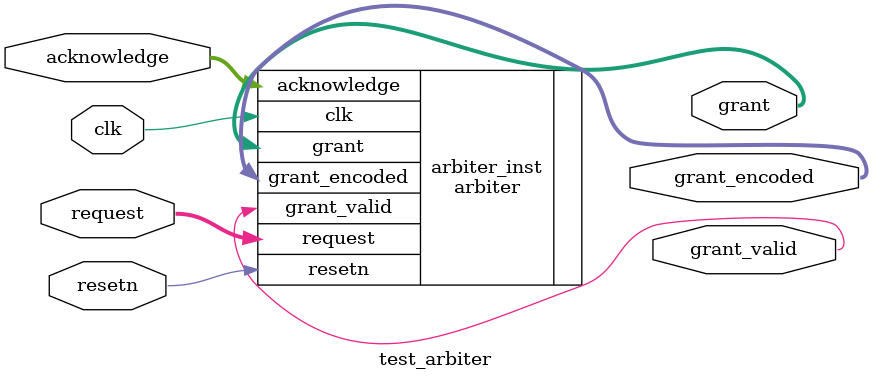
<source format=sv>
`default_nettype wire
`resetall
`timescale 1ns / 1ps

/*
 * Arbiter testbench
 */

 module test_arbiter # (
	parameter PORTS = 6,
	// select round robin arbitration
	parameter ARB_TYPE_ROUND_ROBIN = 1,
	// blocking arbiter enable
	parameter ARB_BLOCK = 1,
	// block on acknowledge assert when nonzero, request deassert when 0
	parameter ARB_BLOCK_ACK = 1,
	// LSB priority selection
	parameter ARB_LSB_HIGH_PRIORITY = 1
)
(
	input logic clk,
	input logic resetn,

	input logic [PORTS-1:0] request,
	input logic [PORTS-1:0] acknowledge,

	output logic [PORTS-1:0]         grant,
	output logic                     grant_valid,
	output logic [$clog2(PORTS)-1:0] grant_encoded
);

arbiter # (
    .PORTS(PORTS),
    .ARB_TYPE_ROUND_ROBIN(ARB_TYPE_ROUND_ROBIN),
    .ARB_BLOCK(ARB_BLOCK),
    .ARB_BLOCK_ACK(ARB_BLOCK_ACK),
    .ARB_LSB_HIGH_PRIORITY(ARB_LSB_HIGH_PRIORITY)
) arbiter_inst (
    .clk(clk),
    .resetn(resetn),
    .request(request),
    .acknowledge(acknowledge),
    .grant(grant),
    .grant_valid(grant_valid),
    .grant_encoded(grant_encoded)
);

initial begin
    $dumpfile("waves.vcd");
    $dumpvars;
end

endmodule

`resetall

</source>
